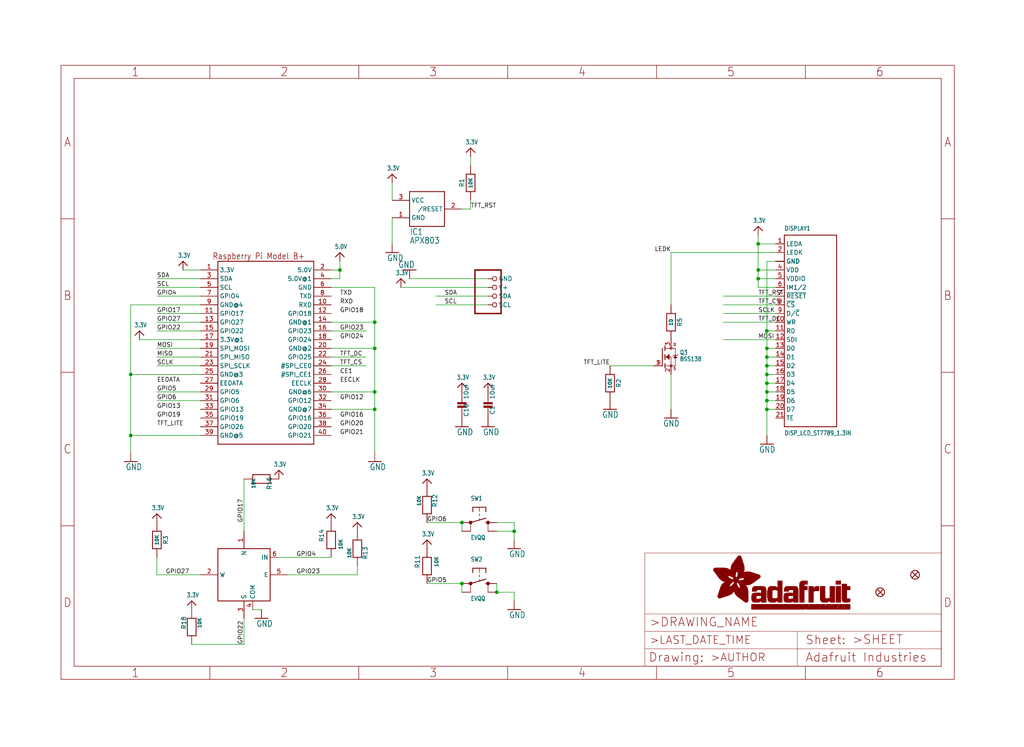
<source format=kicad_sch>
(kicad_sch (version 20211123) (generator eeschema)
  (paper "User" 298.45 217.881)
  (lib_symbols
    (symbol "schematicEagle-eagle-import:3.3V" (power)
      (property "Value" "3.3V" (at -1.524 1.016 0))
      (symbol "3.3V_1_0"
        (pin power_in line (at 0 -2.54 90) (length 2.54) (name "3.3V") (number "1"))
      )
    )
    (symbol "schematicEagle-eagle-import:5.0V" (power)
      (property "Value" "5.0V" (at -1.524 1.016 0))
      (symbol "5.0V_1_0"
        (pin power_in line (at 0 -2.54 90) (length 2.54) (name "5.0V") (number "1"))
      )
    )
    (symbol "schematicEagle-eagle-import:AXP083-SAG"
      (property "Reference" "IC" (at -5.08 -7.62 0))
      (property "Value" "AXP083-SAG" (at -5.08 -10.16 0))
      (symbol "AXP083-SAG_1_0"
        (pin power_in line (at -10.16 -2.54 0) (length 5.08) (name "GND") (number "1"))
        (pin output line (at 10.16 0 180) (length 5.08) (name "/RESET") (number "2"))
        (pin power_in line (at -10.16 2.54 0) (length 5.08) (name "VCC") (number "3"))
      )
    )
    (symbol "schematicEagle-eagle-import:CAP_CERAMIC0805-NOOUTLINE"
      (property "Reference" "C" (at -2.29 1.25 90))
      (property "Value" "CAP_CERAMIC0805-NOOUTLINE" (at 2.3 1.25 90))
      (symbol "CAP_CERAMIC0805-NOOUTLINE_1_0"
        (pin passive line (at 0 5.08 270) (length 2.54) (name "1") (number "1"))
        (pin passive line (at 0 -2.54 90) (length 2.54) (name "2") (number "2"))
      )
    )
    (symbol "schematicEagle-eagle-import:DISP_LCD_ST7789_1.3IN"
      (property "Reference" "DISPLAY" (at -7.62 31.75 0))
      (property "Value" "DISP_LCD_ST7789_1.3IN" (at -7.62 -27.94 0))
      (symbol "DISP_LCD_ST7789_1.3IN_1_0"
        (pin input line (at -10.16 27.94 0) (length 2.54) (name "LEDA") (number "1"))
        (pin input line (at -10.16 5.08 0) (length 2.54) (name "WR") (number "10"))
        (pin input line (at -10.16 2.54 0) (length 2.54) (name "RD") (number "11"))
        (pin input line (at -10.16 0 0) (length 2.54) (name "SDI") (number "12"))
        (pin bidirectional line (at -10.16 -2.54 0) (length 2.54) (name "D0") (number "13"))
        (pin bidirectional line (at -10.16 -5.08 0) (length 2.54) (name "D1") (number "14"))
        (pin bidirectional line (at -10.16 -7.62 0) (length 2.54) (name "D2") (number "15"))
        (pin bidirectional line (at -10.16 -10.16 0) (length 2.54) (name "D3") (number "16"))
        (pin bidirectional line (at -10.16 -12.7 0) (length 2.54) (name "D4") (number "17"))
        (pin bidirectional line (at -10.16 -15.24 0) (length 2.54) (name "D5") (number "18"))
        (pin bidirectional line (at -10.16 -17.78 0) (length 2.54) (name "D6") (number "19"))
        (pin input line (at -10.16 25.4 0) (length 2.54) (name "LEDK") (number "2"))
        (pin bidirectional line (at -10.16 -20.32 0) (length 2.54) (name "D7") (number "20"))
        (pin output line (at -10.16 -22.86 0) (length 2.54) (name "TE") (number "21"))
        (pin power_in line (at -10.16 22.86 0) (length 2.54) (name "GND") (number "23"))
        (pin power_in line (at -10.16 22.86 0) (length 2.54) (name "GND") (number "24"))
        (pin power_in line (at -10.16 22.86 0) (length 2.54) (name "GND") (number "3"))
        (pin power_in line (at -10.16 20.32 0) (length 2.54) (name "VDD") (number "4"))
        (pin power_in line (at -10.16 17.78 0) (length 2.54) (name "VDDIO") (number "5"))
        (pin input line (at -10.16 15.24 0) (length 2.54) (name "IM1/2") (number "6"))
        (pin input line (at -10.16 12.7 0) (length 2.54) (name "~{RESET}") (number "7"))
        (pin input line (at -10.16 10.16 0) (length 2.54) (name "~{CS}") (number "8"))
        (pin input line (at -10.16 7.62 0) (length 2.54) (name "D/~{C}") (number "9"))
      )
    )
    (symbol "schematicEagle-eagle-import:FIDUCIAL_1MM")
    (symbol "schematicEagle-eagle-import:FRAME_A4_ADAFRUIT"
      (symbol "FRAME_A4_ADAFRUIT_0_0"
        (text "1" (at 21.6958 1.905 0) (effects (font (size 2.54 2.286))))
        (text "1" (at 21.6958 177.165 0) (effects (font (size 2.54 2.286))))
        (text "2" (at 65.0875 1.905 0) (effects (font (size 2.54 2.286))))
        (text "2" (at 65.0875 177.165 0) (effects (font (size 2.54 2.286))))
        (text "3" (at 108.4792 1.905 0) (effects (font (size 2.54 2.286))))
        (text "3" (at 108.4792 177.165 0) (effects (font (size 2.54 2.286))))
        (text "4" (at 151.8708 1.905 0) (effects (font (size 2.54 2.286))))
        (text "4" (at 151.8708 177.165 0) (effects (font (size 2.54 2.286))))
        (text "5" (at 195.2625 1.905 0) (effects (font (size 2.54 2.286))))
        (text "5" (at 195.2625 177.165 0) (effects (font (size 2.54 2.286))))
        (text "6" (at 238.6542 1.905 0) (effects (font (size 2.54 2.286))))
        (text "6" (at 238.6542 177.165 0) (effects (font (size 2.54 2.286))))
        (text "A" (at 1.905 156.6863 0) (effects (font (size 2.54 2.286))))
        (text "A" (at 258.445 156.6863 0) (effects (font (size 2.54 2.286))))
        (text "B" (at 1.905 111.9188 0) (effects (font (size 2.54 2.286))))
        (text "B" (at 258.445 111.9188 0) (effects (font (size 2.54 2.286))))
        (text "C" (at 1.905 67.1513 0) (effects (font (size 2.54 2.286))))
        (text "C" (at 258.445 67.1513 0) (effects (font (size 2.54 2.286))))
        (text "D" (at 1.905 22.3838 0) (effects (font (size 2.54 2.286))))
        (text "D" (at 258.445 22.3838 0) (effects (font (size 2.54 2.286))))
      )
      (symbol "FRAME_A4_ADAFRUIT_1_0"
        (text ">AUTHOR" (at 189.23 5.08 0) (effects (font (size 2.286 2.286)) (justify left bottom)))
        (text ">DRAWING_NAME" (at 171.45 15.24 0) (effects (font (size 2.54 2.54)) (justify left bottom)))
        (text ">LAST_DATE_TIME" (at 171.45 10.16 0) (effects (font (size 2.286 2.286)) (justify left bottom)))
        (text ">SHEET" (at 230.505 10.16 0) (effects (font (size 2.54 2.54)) (justify left bottom)))
        (text "Adafruit Industries" (at 216.916 4.953 0) (effects (font (size 2.54 2.54)) (justify left bottom)))
        (text "Drawing:" (at 171.196 4.953 0) (effects (font (size 2.54 2.54)) (justify left bottom)))
        (text "Sheet:" (at 216.916 10.033 0) (effects (font (size 2.54 2.54)) (justify left bottom)))
      )
    )
    (symbol "schematicEagle-eagle-import:GND" (power)
      (property "Value" "GND" (at -2.54 -2.54 0))
      (symbol "GND_1_0"
        (pin power_in line (at 0 2.54 270) (length 2.54) (name "GND") (number "1"))
      )
    )
    (symbol "schematicEagle-eagle-import:MOSFET-NWIDE"
      (property "Reference" "Q" (at 5.08 0.635 0))
      (property "Value" "MOSFET-NWIDE" (at 5.08 -1.27 0))
      (symbol "MOSFET-NWIDE_1_0"
        (text "D" (at 3.175 3.175 0) (effects (font (size 0.8128 0.6908)) (justify left bottom)))
        (text "G" (at -1.27 -1.905 0) (effects (font (size 0.8128 0.6908)) (justify left bottom)))
        (text "S" (at 3.175 -3.81 0) (effects (font (size 0.8128 0.6908)) (justify left bottom)))
        (pin bidirectional line (at -2.54 -2.54 0) (length 2.54) (name "G") (number "1"))
        (pin bidirectional line (at 2.54 -5.08 90) (length 2.54) (name "S") (number "2"))
        (pin bidirectional line (at 2.54 5.08 270) (length 2.54) (name "D") (number "3"))
      )
    )
    (symbol "schematicEagle-eagle-import:NAVSWITCHSKQUABAUE010"
      (symbol "NAVSWITCHSKQUABAUE010_1_0"
        (pin bidirectional line (at 0 12.7 270) (length 5.08) (name "N") (number "1"))
        (pin bidirectional line (at -12.7 0 0) (length 5.08) (name "W") (number "2"))
        (pin bidirectional line (at 0 -12.7 90) (length 5.08) (name "S") (number "3"))
        (pin bidirectional line (at 2.54 -10.16 90) (length 2.54) (name "COM") (number "4"))
        (pin bidirectional line (at 12.7 0 180) (length 5.08) (name "E") (number "5"))
        (pin bidirectional line (at 10.16 5.08 180) (length 2.54) (name "IN") (number "6"))
      )
    )
    (symbol "schematicEagle-eagle-import:RASPBERRYPI_BPLUS_BONNETSMT"
      (symbol "RASPBERRYPI_BPLUS_BONNETSMT_1_0"
        (text "Raspberry Pi Model B+" (at 12.7 25.4 0) (effects (font (size 1.778 1.5113)) (justify right top)))
        (pin power_in line (at -17.78 20.32 0) (length 5.08) (name "3.3V") (number "1"))
        (pin bidirectional line (at 20.32 10.16 180) (length 5.08) (name "RXD") (number "10"))
        (pin bidirectional line (at -17.78 7.62 0) (length 5.08) (name "GPIO17") (number "11"))
        (pin bidirectional line (at 20.32 7.62 180) (length 5.08) (name "GPIO18") (number "12"))
        (pin bidirectional line (at -17.78 5.08 0) (length 5.08) (name "GPIO27") (number "13"))
        (pin power_in line (at 20.32 5.08 180) (length 5.08) (name "GND@1") (number "14"))
        (pin bidirectional line (at -17.78 2.54 0) (length 5.08) (name "GPIO22") (number "15"))
        (pin bidirectional line (at 20.32 2.54 180) (length 5.08) (name "GPIO23") (number "16"))
        (pin power_in line (at -17.78 0 0) (length 5.08) (name "3.3V@1") (number "17"))
        (pin bidirectional line (at 20.32 0 180) (length 5.08) (name "GPIO24") (number "18"))
        (pin bidirectional line (at -17.78 -2.54 0) (length 5.08) (name "SPI_MOSI") (number "19"))
        (pin power_in line (at 20.32 20.32 180) (length 5.08) (name "5.0V") (number "2"))
        (pin power_in line (at 20.32 -2.54 180) (length 5.08) (name "GND@2") (number "20"))
        (pin bidirectional line (at -17.78 -5.08 0) (length 5.08) (name "SPI_MISO") (number "21"))
        (pin bidirectional line (at 20.32 -5.08 180) (length 5.08) (name "GPIO25") (number "22"))
        (pin bidirectional line (at -17.78 -7.62 0) (length 5.08) (name "SPI_SCLK") (number "23"))
        (pin bidirectional line (at 20.32 -7.62 180) (length 5.08) (name "#SPI_CE0") (number "24"))
        (pin power_in line (at -17.78 -10.16 0) (length 5.08) (name "GND@3") (number "25"))
        (pin bidirectional line (at 20.32 -10.16 180) (length 5.08) (name "#SPI_CE1") (number "26"))
        (pin bidirectional line (at -17.78 -12.7 0) (length 5.08) (name "EEDATA") (number "27"))
        (pin bidirectional line (at 20.32 -12.7 180) (length 5.08) (name "EECLK") (number "28"))
        (pin bidirectional line (at -17.78 -15.24 0) (length 5.08) (name "GPIO5") (number "29"))
        (pin bidirectional line (at -17.78 17.78 0) (length 5.08) (name "SDA") (number "3"))
        (pin power_in line (at 20.32 -15.24 180) (length 5.08) (name "GND@6") (number "30"))
        (pin bidirectional line (at -17.78 -17.78 0) (length 5.08) (name "GPIO6") (number "31"))
        (pin bidirectional line (at 20.32 -17.78 180) (length 5.08) (name "GPIO12") (number "32"))
        (pin bidirectional line (at -17.78 -20.32 0) (length 5.08) (name "GPIO13") (number "33"))
        (pin power_in line (at 20.32 -20.32 180) (length 5.08) (name "GND@7") (number "34"))
        (pin bidirectional line (at -17.78 -22.86 0) (length 5.08) (name "GPIO19") (number "35"))
        (pin bidirectional line (at 20.32 -22.86 180) (length 5.08) (name "GPIO16") (number "36"))
        (pin bidirectional line (at -17.78 -25.4 0) (length 5.08) (name "GPIO26") (number "37"))
        (pin bidirectional line (at 20.32 -25.4 180) (length 5.08) (name "GPIO20") (number "38"))
        (pin power_in line (at -17.78 -27.94 0) (length 5.08) (name "GND@5") (number "39"))
        (pin power_in line (at 20.32 17.78 180) (length 5.08) (name "5.0V@1") (number "4"))
        (pin bidirectional line (at 20.32 -27.94 180) (length 5.08) (name "GPIO21") (number "40"))
        (pin bidirectional line (at -17.78 15.24 0) (length 5.08) (name "SCL") (number "5"))
        (pin power_in line (at 20.32 15.24 180) (length 5.08) (name "GND") (number "6"))
        (pin bidirectional line (at -17.78 12.7 0) (length 5.08) (name "GPIO4") (number "7"))
        (pin bidirectional line (at 20.32 12.7 180) (length 5.08) (name "TXD") (number "8"))
        (pin power_in line (at -17.78 10.16 0) (length 5.08) (name "GND@4") (number "9"))
      )
    )
    (symbol "schematicEagle-eagle-import:RESISTOR0805_NOOUTLINE"
      (property "Reference" "R" (at 0 2.54 0))
      (property "Value" "RESISTOR0805_NOOUTLINE" (at 0 0 0))
      (symbol "RESISTOR0805_NOOUTLINE_1_0"
        (pin passive line (at -5.08 0 0) (length 2.54) (name "1") (number "1"))
        (pin passive line (at 5.08 0 180) (length 2.54) (name "2") (number "2"))
      )
    )
    (symbol "schematicEagle-eagle-import:RESISTOR_0603_NOOUT"
      (property "Reference" "R" (at 0 2.54 0))
      (property "Value" "RESISTOR_0603_NOOUT" (at 0 0 0))
      (symbol "RESISTOR_0603_NOOUT_1_0"
        (pin passive line (at -5.08 0 0) (length 2.54) (name "1") (number "1"))
        (pin passive line (at 5.08 0 180) (length 2.54) (name "2") (number "2"))
      )
    )
    (symbol "schematicEagle-eagle-import:STEMMA_I2C_QT"
      (symbol "STEMMA_I2C_QT_1_0"
        (pin passive inverted (at 0 5.08 0) (length 2.54) (name "GND") (number "1"))
        (pin passive inverted (at 0 2.54 0) (length 2.54) (name "V+") (number "2"))
        (pin passive inverted (at 0 0 0) (length 2.54) (name "SDA") (number "3"))
        (pin passive inverted (at 0 -2.54 0) (length 2.54) (name "SCL") (number "4"))
      )
      (symbol "STEMMA_I2C_QT_2_0"
        (pin bidirectional line (at 0 0 0) (length 5.08) (name "MT") (number "MT1"))
      )
      (symbol "STEMMA_I2C_QT_3_0"
        (pin bidirectional line (at 0 0 0) (length 5.08) (name "MT") (number "MT2"))
      )
    )
    (symbol "schematicEagle-eagle-import:SWITCH_TACT_SMT_6MM"
      (property "Reference" "SW" (at -2.54 6.35 0))
      (property "Value" "SWITCH_TACT_SMT_6MM" (at -2.54 -5.08 0))
      (symbol "SWITCH_TACT_SMT_6MM_1_0"
        (pin passive line (at -5.08 0 0) (length 2.54) (name "P") (number "A"))
        (pin passive line (at -5.08 -2.54 0) (length 2.54) (name "P1") (number "A'"))
        (pin passive line (at 5.08 0 180) (length 2.54) (name "S") (number "B"))
        (pin passive line (at 5.08 -2.54 180) (length 2.54) (name "S1") (number "B'"))
      )
    )
    (symbol "schematicEagle-eagle-import:SWITCH_TACT_SMT_6MMSMALL"
      (property "Reference" "SW" (at -2.54 6.35 0))
      (property "Value" "SWITCH_TACT_SMT_6MMSMALL" (at -2.54 -5.08 0))
      (symbol "SWITCH_TACT_SMT_6MMSMALL_1_0"
        (pin passive line (at -5.08 0 0) (length 2.54) (name "P") (number "A"))
        (pin passive line (at -5.08 -2.54 0) (length 2.54) (name "P1") (number "A'"))
        (pin passive line (at 5.08 0 180) (length 2.54) (name "S") (number "B"))
        (pin passive line (at 5.08 -2.54 180) (length 2.54) (name "S1") (number "B'"))
      )
    )
  )
  (junction (at 223.52 119.38))
  (junction (at 223.52 106.68))
  (junction (at 144.78 172.72))
  (junction (at 149.86 154.94))
  (junction (at 38.1 127))
  (junction (at 109.22 119.38))
  (junction (at 220.98 71.12))
  (junction (at 109.22 114.3))
  (junction (at 223.52 109.22))
  (junction (at 109.22 93.98))
  (junction (at 223.52 111.76))
  (junction (at 223.52 96.52))
  (junction (at 223.52 116.84))
  (junction (at 109.22 101.6))
  (junction (at 220.98 78.74))
  (junction (at 223.52 114.3))
  (junction (at 99.06 78.74))
  (junction (at 223.52 101.6))
  (junction (at 134.62 170.18))
  (junction (at 223.52 104.14))
  (junction (at 220.98 81.28))
  (junction (at 38.1 109.22))
  (junction (at 134.62 152.4))
  (wire (pts (xy 58.42 88.9) (xy 38.1 88.9)))
  (wire (pts (xy 223.52 106.68) (xy 226.06 106.68)))
  (wire (pts (xy 137.16 60.96) (xy 137.16 58.42)))
  (wire (pts (xy 96.52 78.74) (xy 99.06 78.74)))
  (wire (pts (xy 104.14 167.64) (xy 104.14 165.1)))
  (wire (pts (xy 134.62 152.4) (xy 134.62 154.94)))
  (wire (pts (xy 149.86 154.94) (xy 149.86 157.48)))
  (wire (pts (xy 58.42 81.28) (xy 45.72 81.28)))
  (wire (pts (xy 45.72 116.84) (xy 58.42 116.84)))
  (wire (pts (xy 71.12 139.7) (xy 71.12 154.94)))
  (wire (pts (xy 226.06 86.36) (xy 210.82 86.36)))
  (wire (pts (xy 96.52 81.28) (xy 99.06 81.28)))
  (wire (pts (xy 45.72 162.56) (xy 45.72 167.64)))
  (wire (pts (xy 223.52 116.84) (xy 226.06 116.84)))
  (wire (pts (xy 134.62 60.96) (xy 137.16 60.96)))
  (wire (pts (xy 223.52 114.3) (xy 223.52 116.84)))
  (wire (pts (xy 210.82 88.9) (xy 226.06 88.9)))
  (wire (pts (xy 114.3 63.5) (xy 114.3 71.12)))
  (wire (pts (xy 223.52 116.84) (xy 223.52 119.38)))
  (wire (pts (xy 149.86 152.4) (xy 149.86 154.94)))
  (wire (pts (xy 144.78 172.72) (xy 149.86 172.72)))
  (wire (pts (xy 81.28 162.56) (xy 96.52 162.56)))
  (wire (pts (xy 38.1 88.9) (xy 38.1 109.22)))
  (wire (pts (xy 144.78 152.4) (xy 149.86 152.4)))
  (wire (pts (xy 114.3 58.42) (xy 114.3 53.34)))
  (wire (pts (xy 223.52 76.2) (xy 223.52 96.52)))
  (wire (pts (xy 106.68 106.68) (xy 96.52 106.68)))
  (wire (pts (xy 223.52 114.3) (xy 226.06 114.3)))
  (wire (pts (xy 223.52 111.76) (xy 226.06 111.76)))
  (wire (pts (xy 226.06 71.12) (xy 220.98 71.12)))
  (wire (pts (xy 96.52 96.52) (xy 106.68 96.52)))
  (wire (pts (xy 223.52 101.6) (xy 226.06 101.6)))
  (wire (pts (xy 226.06 83.82) (xy 220.98 83.82)))
  (wire (pts (xy 55.88 187.96) (xy 71.12 187.96)))
  (wire (pts (xy 142.24 83.82) (xy 116.84 83.82)))
  (wire (pts (xy 226.06 73.66) (xy 195.58 73.66)))
  (wire (pts (xy 223.52 104.14) (xy 223.52 106.68)))
  (wire (pts (xy 223.52 109.22) (xy 223.52 111.76)))
  (wire (pts (xy 58.42 101.6) (xy 45.72 101.6)))
  (wire (pts (xy 58.42 78.74) (xy 53.34 78.74)))
  (wire (pts (xy 134.62 170.18) (xy 134.62 172.72)))
  (wire (pts (xy 83.82 167.64) (xy 104.14 167.64)))
  (wire (pts (xy 58.42 127) (xy 38.1 127)))
  (wire (pts (xy 137.16 48.26) (xy 137.16 45.72)))
  (wire (pts (xy 195.58 119.38) (xy 195.58 109.22)))
  (wire (pts (xy 210.82 99.06) (xy 226.06 99.06)))
  (wire (pts (xy 190.5 106.68) (xy 177.8 106.68)))
  (wire (pts (xy 109.22 114.3) (xy 109.22 119.38)))
  (wire (pts (xy 109.22 101.6) (xy 109.22 114.3)))
  (wire (pts (xy 226.06 76.2) (xy 223.52 76.2)))
  (wire (pts (xy 226.06 96.52) (xy 223.52 96.52)))
  (wire (pts (xy 226.06 81.28) (xy 220.98 81.28)))
  (wire (pts (xy 109.22 119.38) (xy 109.22 132.08)))
  (wire (pts (xy 58.42 109.22) (xy 38.1 109.22)))
  (wire (pts (xy 127 88.9) (xy 142.24 88.9)))
  (wire (pts (xy 195.58 88.9) (xy 195.58 73.66)))
  (wire (pts (xy 220.98 71.12) (xy 220.98 68.58)))
  (wire (pts (xy 96.52 83.82) (xy 109.22 83.82)))
  (wire (pts (xy 58.42 83.82) (xy 45.72 83.82)))
  (wire (pts (xy 144.78 154.94) (xy 149.86 154.94)))
  (wire (pts (xy 96.52 104.14) (xy 106.68 104.14)))
  (wire (pts (xy 149.86 172.72) (xy 149.86 175.26)))
  (wire (pts (xy 223.52 119.38) (xy 226.06 119.38)))
  (wire (pts (xy 142.24 81.28) (xy 119.38 81.28)))
  (wire (pts (xy 96.52 114.3) (xy 109.22 114.3)))
  (wire (pts (xy 96.52 93.98) (xy 109.22 93.98)))
  (wire (pts (xy 220.98 78.74) (xy 220.98 71.12)))
  (wire (pts (xy 58.42 114.3) (xy 45.72 114.3)))
  (wire (pts (xy 223.52 104.14) (xy 226.06 104.14)))
  (wire (pts (xy 144.78 170.18) (xy 144.78 172.72)))
  (wire (pts (xy 223.52 96.52) (xy 223.52 101.6)))
  (wire (pts (xy 96.52 101.6) (xy 109.22 101.6)))
  (wire (pts (xy 127 86.36) (xy 142.24 86.36)))
  (wire (pts (xy 58.42 96.52) (xy 45.72 96.52)))
  (wire (pts (xy 226.06 78.74) (xy 220.98 78.74)))
  (wire (pts (xy 99.06 81.28) (xy 99.06 78.74)))
  (wire (pts (xy 109.22 93.98) (xy 109.22 101.6)))
  (wire (pts (xy 226.06 91.44) (xy 210.82 91.44)))
  (wire (pts (xy 109.22 83.82) (xy 109.22 93.98)))
  (wire (pts (xy 210.82 93.98) (xy 226.06 93.98)))
  (wire (pts (xy 71.12 180.34) (xy 71.12 187.96)))
  (wire (pts (xy 99.06 78.74) (xy 99.06 76.2)))
  (wire (pts (xy 45.72 93.98) (xy 58.42 93.98)))
  (wire (pts (xy 223.52 111.76) (xy 223.52 114.3)))
  (wire (pts (xy 38.1 109.22) (xy 38.1 127)))
  (wire (pts (xy 134.62 170.18) (xy 124.46 170.18)))
  (wire (pts (xy 58.42 91.44) (xy 45.72 91.44)))
  (wire (pts (xy 58.42 106.68) (xy 45.72 106.68)))
  (wire (pts (xy 58.42 99.06) (xy 40.64 99.06)))
  (wire (pts (xy 96.52 119.38) (xy 109.22 119.38)))
  (wire (pts (xy 134.62 152.4) (xy 124.46 152.4)))
  (wire (pts (xy 223.52 109.22) (xy 226.06 109.22)))
  (wire (pts (xy 45.72 104.14) (xy 58.42 104.14)))
  (wire (pts (xy 223.52 106.68) (xy 223.52 109.22)))
  (wire (pts (xy 223.52 101.6) (xy 223.52 104.14)))
  (wire (pts (xy 223.52 119.38) (xy 223.52 127)))
  (wire (pts (xy 45.72 86.36) (xy 58.42 86.36)))
  (wire (pts (xy 76.2 177.8) (xy 73.66 177.8)))
  (wire (pts (xy 38.1 127) (xy 38.1 132.08)))
  (wire (pts (xy 220.98 81.28) (xy 220.98 78.74)))
  (wire (pts (xy 220.98 81.28) (xy 220.98 83.82)))
  (wire (pts (xy 58.42 167.64) (xy 45.72 167.64)))
  (label "TFT_DC" (at 99.06 104.14 0) (effects (font (size 1.2446 1.2446))))
  (label "CE1" (at 99.06 109.22 0) (effects (font (size 1.2446 1.2446))))
  (label "GPIO22" (at 71.12 187.96 90) (effects (font (size 1.2446 1.2446))))
  (label "SDA" (at 45.72 81.28 0) (effects (font (size 1.2446 1.2446))))
  (label "GPIO23" (at 86.36 167.64 0) (effects (font (size 1.2446 1.2446))))
  (label "SCL" (at 129.54 88.9 0) (effects (font (size 1.2446 1.2446))))
  (label "TXD" (at 99.06 86.36 0) (effects (font (size 1.2446 1.2446))))
  (label "EECLK" (at 99.06 111.76 0) (effects (font (size 1.2446 1.2446))))
  (label "GPIO17" (at 71.12 152.4 90) (effects (font (size 1.2446 1.2446))))
  (label "MOSI" (at 45.72 101.6 0) (effects (font (size 1.2446 1.2446))))
  (label "GPIO4" (at 86.36 162.56 0) (effects (font (size 1.2446 1.2446))))
  (label "GPIO5" (at 124.46 170.18 0) (effects (font (size 1.2446 1.2446))))
  (label "MISO" (at 45.72 104.14 0) (effects (font (size 1.2446 1.2446))))
  (label "SCL" (at 45.72 83.82 0) (effects (font (size 1.2446 1.2446))))
  (label "SCLK" (at 45.72 106.68 0) (effects (font (size 1.2446 1.2446))))
  (label "SDA" (at 129.54 86.36 0) (effects (font (size 1.2446 1.2446))))
  (label "GPIO13" (at 45.72 119.38 0) (effects (font (size 1.2446 1.2446))))
  (label "GPIO20" (at 99.06 124.46 0) (effects (font (size 1.2446 1.2446))))
  (label "SCLK" (at 220.98 91.44 0) (effects (font (size 1.2446 1.2446))))
  (label "GPIO18" (at 99.06 91.44 0) (effects (font (size 1.2446 1.2446))))
  (label "GPIO16" (at 99.06 121.92 0) (effects (font (size 1.2446 1.2446))))
  (label "GPIO12" (at 99.06 116.84 0) (effects (font (size 1.2446 1.2446))))
  (label "TFT_LITE" (at 177.8 106.68 180) (effects (font (size 1.2446 1.2446))))
  (label "GPIO24" (at 99.06 99.06 0) (effects (font (size 1.2446 1.2446))))
  (label "LEDK" (at 195.58 73.66 180) (effects (font (size 1.2446 1.2446))))
  (label "MOSI" (at 220.98 99.06 0) (effects (font (size 1.2446 1.2446))))
  (label "GPIO22" (at 45.72 96.52 0) (effects (font (size 1.2446 1.2446))))
  (label "GPIO27" (at 45.72 93.98 0) (effects (font (size 1.2446 1.2446))))
  (label "TFT_CS" (at 220.98 88.9 0) (effects (font (size 1.2446 1.2446))))
  (label "GPIO6" (at 45.72 116.84 0) (effects (font (size 1.2446 1.2446))))
  (label "TFT_DC" (at 220.98 93.98 0) (effects (font (size 1.2446 1.2446))))
  (label "GPIO4" (at 45.72 86.36 0) (effects (font (size 1.2446 1.2446))))
  (label "GPIO23" (at 99.06 96.52 0) (effects (font (size 1.2446 1.2446))))
  (label "GPIO19" (at 45.72 121.92 0) (effects (font (size 1.2446 1.2446))))
  (label "RXD" (at 99.06 88.9 0) (effects (font (size 1.2446 1.2446))))
  (label "TFT_CS" (at 99.06 106.68 0) (effects (font (size 1.2446 1.2446))))
  (label "TFT_RST" (at 137.16 60.96 0) (effects (font (size 1.2446 1.2446))))
  (label "TFT_LITE" (at 45.72 124.46 0) (effects (font (size 1.2446 1.2446))))
  (label "GPIO27" (at 48.26 167.64 0) (effects (font (size 1.2446 1.2446))))
  (label "EEDATA" (at 45.72 111.76 0) (effects (font (size 1.2446 1.2446))))
  (label "GPIO17" (at 45.72 91.44 0) (effects (font (size 1.2446 1.2446))))
  (label "TFT_RST" (at 220.98 86.36 0) (effects (font (size 1.2446 1.2446))))
  (label "GPIO6" (at 124.46 152.4 0) (effects (font (size 1.2446 1.2446))))
  (label "GPIO5" (at 45.72 114.3 0) (effects (font (size 1.2446 1.2446))))
  (label "GPIO21" (at 99.06 127 0) (effects (font (size 1.2446 1.2446))))
  (symbol (lib_id "schematicEagle-eagle-import:CAP_CERAMIC0805-NOOUTLINE") (at 142.24 116.84 180) (unit 1)
    (property "Reference" "C1" (at 143.49 119.63 90))
    (property "Value" "10uF" (at 143.49 114.06 90))
    (property "Footprint" "schematicEagle:0805-NO" (effects hide))
  )
  (symbol (lib_id "schematicEagle-eagle-import:SWITCH_TACT_SMT_6MM") (at 139.7 152.4 0) (unit 1)
    (property "Reference" "SW1" (at 137.16 146.05 0) (effects (font (size 1.27 1.0795)) (justify left bottom)))
    (property "Value" "EVQQ" (at 137.16 157.48 0) (effects (font (size 1.27 1.0795)) (justify left bottom)))
    (property "Footprint" "schematicEagle:6MMX6MM_TACTILE_SMT" (effects hide))
  )
  (symbol (lib_id "schematicEagle-eagle-import:3.3V") (at 220.98 66.04 0) (unit 1)
    (property "Reference" "#U$6" (effects hide))
    (property "Value" "3.3V" (at 219.456 65.024 0) (effects (font (size 1.27 1.0795)) (justify left bottom)))
    (property "Footprint" "schematicEagle:" (effects hide))
  )
  (symbol (lib_id "schematicEagle-eagle-import:FRAME_A4_ADAFRUIT") (at 17.78 198.12 0) (unit 1)
    (property "Reference" "#U$1" (effects hide))
    (property "Value" "FRAME_A4_ADAFRUIT" (effects hide))
    (property "Footprint" "schematicEagle:" (effects hide))
  )
  (symbol (lib_id "schematicEagle-eagle-import:RESISTOR0805_NOOUTLINE") (at 137.16 53.34 90) (unit 1)
    (property "Reference" "R1" (at 134.62 53.34 0))
    (property "Value" "10K" (at 137.16 53.34 0) (effects (font (size 1.016 1.016) bold)))
    (property "Footprint" "schematicEagle:0805-NO" (effects hide))
  )
  (symbol (lib_id "schematicEagle-eagle-import:GND") (at 223.52 129.54 0) (mirror y) (unit 1)
    (property "Reference" "#GND1" (effects hide))
    (property "Value" "GND" (at 226.06 132.08 0) (effects (font (size 1.778 1.5113)) (justify left bottom)))
    (property "Footprint" "schematicEagle:" (effects hide))
  )
  (symbol (lib_id "schematicEagle-eagle-import:RESISTOR0805_NOOUTLINE") (at 76.2 139.7 180) (unit 1)
    (property "Reference" "R16" (at 78.49 140.95 90))
    (property "Value" "10K" (at 73.9 140.95 90) (effects (font (size 1.016 1.016) bold)))
    (property "Footprint" "schematicEagle:0805-NO" (effects hide))
  )
  (symbol (lib_id "schematicEagle-eagle-import:RESISTOR0805_NOOUTLINE") (at 124.46 147.32 90) (unit 1)
    (property "Reference" "R12" (at 126.75 146.03 0))
    (property "Value" "10K" (at 122.16 146.03 0) (effects (font (size 1.016 1.016) bold)))
    (property "Footprint" "schematicEagle:0805-NO" (effects hide))
  )
  (symbol (lib_id "schematicEagle-eagle-import:RESISTOR0805_NOOUTLINE") (at 96.52 157.48 90) (unit 1)
    (property "Reference" "R14" (at 93.73 156.19 0))
    (property "Value" "10K" (at 99.3 158.73 0) (effects (font (size 1.016 1.016) bold)))
    (property "Footprint" "schematicEagle:0805-NO" (effects hide))
  )
  (symbol (lib_id "schematicEagle-eagle-import:3.3V") (at 134.62 111.76 0) (unit 1)
    (property "Reference" "#U$22" (effects hide))
    (property "Value" "3.3V" (at 133.096 110.744 0) (effects (font (size 1.27 1.0795)) (justify left bottom)))
    (property "Footprint" "schematicEagle:" (effects hide))
  )
  (symbol (lib_id "schematicEagle-eagle-import:GND") (at 119.38 78.74 180) (unit 1)
    (property "Reference" "#U$25" (effects hide))
    (property "Value" "GND" (at 120.904 76.2 0) (effects (font (size 1.778 1.5113)) (justify left bottom)))
    (property "Footprint" "schematicEagle:" (effects hide))
  )
  (symbol (lib_id "schematicEagle-eagle-import:3.3V") (at 45.72 149.86 0) (unit 1)
    (property "Reference" "#U$20" (effects hide))
    (property "Value" "3.3V" (at 44.196 148.844 0) (effects (font (size 1.27 1.0795)) (justify left bottom)))
    (property "Footprint" "schematicEagle:" (effects hide))
  )
  (symbol (lib_id "schematicEagle-eagle-import:RESISTOR_0603_NOOUT") (at 177.8 111.76 270) (mirror x) (unit 1)
    (property "Reference" "R2" (at 180.34 111.76 0))
    (property "Value" "10K" (at 177.8 111.76 0) (effects (font (size 1.016 1.016) bold)))
    (property "Footprint" "schematicEagle:0603-NO" (effects hide))
  )
  (symbol (lib_id "schematicEagle-eagle-import:GND") (at 142.24 124.46 0) (unit 1)
    (property "Reference" "#U$27" (effects hide))
    (property "Value" "GND" (at 140.716 127 0) (effects (font (size 1.778 1.5113)) (justify left bottom)))
    (property "Footprint" "schematicEagle:" (effects hide))
  )
  (symbol (lib_id "schematicEagle-eagle-import:RESISTOR0805_NOOUTLINE") (at 124.46 165.1 90) (unit 1)
    (property "Reference" "R11" (at 121.67 163.81 0))
    (property "Value" "10K" (at 127.24 163.81 0) (effects (font (size 1.016 1.016) bold)))
    (property "Footprint" "schematicEagle:0805-NO" (effects hide))
  )
  (symbol (lib_id "schematicEagle-eagle-import:3.3V") (at 124.46 157.48 0) (unit 1)
    (property "Reference" "#U$18" (effects hide))
    (property "Value" "3.3V" (at 122.936 156.464 0) (effects (font (size 1.27 1.0795)) (justify left bottom)))
    (property "Footprint" "schematicEagle:" (effects hide))
  )
  (symbol (lib_id "schematicEagle-eagle-import:CAP_CERAMIC0805-NOOUTLINE") (at 134.62 116.84 180) (unit 1)
    (property "Reference" "C10" (at 135.87 119.63 90))
    (property "Value" "10uF" (at 135.87 114.06 90))
    (property "Footprint" "schematicEagle:0805-NO" (effects hide))
  )
  (symbol (lib_id "schematicEagle-eagle-import:FIDUCIAL_1MM") (at 256.54 172.72 0) (unit 1)
    (property "Reference" "FID1" (effects hide))
    (property "Value" "FIDUCIAL_1MM" (effects hide))
    (property "Footprint" "schematicEagle:FIDUCIAL_1MM" (effects hide))
  )
  (symbol (lib_id "schematicEagle-eagle-import:3.3V") (at 96.52 149.86 0) (unit 1)
    (property "Reference" "#U$10" (effects hide))
    (property "Value" "3.3V" (at 94.996 148.844 0) (effects (font (size 1.27 1.0795)) (justify left bottom)))
    (property "Footprint" "schematicEagle:" (effects hide))
  )
  (symbol (lib_id "schematicEagle-eagle-import:NAVSWITCHSKQUABAUE010") (at 71.12 167.64 0) (unit 1)
    (property "Reference" "SW3" (effects hide))
    (property "Value" "NAVSWITCHSKQUABAUE010" (effects hide))
    (property "Footprint" "schematicEagle:SKQUBAE010" (effects hide))
  )
  (symbol (lib_id "schematicEagle-eagle-import:GND") (at 134.62 124.46 0) (unit 1)
    (property "Reference" "#U$23" (effects hide))
    (property "Value" "GND" (at 133.096 127 0) (effects (font (size 1.778 1.5113)) (justify left bottom)))
    (property "Footprint" "schematicEagle:" (effects hide))
  )
  (symbol (lib_id "schematicEagle-eagle-import:3.3V") (at 55.88 175.26 0) (unit 1)
    (property "Reference" "#U$21" (effects hide))
    (property "Value" "3.3V" (at 54.356 174.244 0) (effects (font (size 1.27 1.0795)) (justify left bottom)))
    (property "Footprint" "schematicEagle:" (effects hide))
  )
  (symbol (lib_id "schematicEagle-eagle-import:3.3V") (at 104.14 152.4 0) (unit 1)
    (property "Reference" "#U$11" (effects hide))
    (property "Value" "3.3V" (at 102.616 151.384 0) (effects (font (size 1.27 1.0795)) (justify left bottom)))
    (property "Footprint" "schematicEagle:" (effects hide))
  )
  (symbol (lib_id "schematicEagle-eagle-import:RESISTOR0805_NOOUTLINE") (at 55.88 182.88 270) (unit 1)
    (property "Reference" "R18" (at 53.59 181.63 0))
    (property "Value" "10K" (at 58.18 181.63 0) (effects (font (size 1.016 1.016) bold)))
    (property "Footprint" "schematicEagle:0805-NO" (effects hide))
  )
  (symbol (lib_id "schematicEagle-eagle-import:3.3V") (at 40.64 96.52 0) (unit 1)
    (property "Reference" "#U$13" (effects hide))
    (property "Value" "3.3V" (at 39.116 95.504 0) (effects (font (size 1.27 1.0795)) (justify left bottom)))
    (property "Footprint" "schematicEagle:" (effects hide))
  )
  (symbol (lib_id "schematicEagle-eagle-import:GND") (at 109.22 134.62 0) (unit 1)
    (property "Reference" "#U$4" (effects hide))
    (property "Value" "GND" (at 107.696 137.16 0) (effects (font (size 1.778 1.5113)) (justify left bottom)))
    (property "Footprint" "schematicEagle:" (effects hide))
  )
  (symbol (lib_id "schematicEagle-eagle-import:FIDUCIAL_1MM") (at 266.7 167.64 0) (unit 1)
    (property "Reference" "FID2" (effects hide))
    (property "Value" "FIDUCIAL_1MM" (effects hide))
    (property "Footprint" "schematicEagle:FIDUCIAL_1MM" (effects hide))
  )
  (symbol (lib_id "schematicEagle-eagle-import:STEMMA_I2C_QT") (at 142.24 86.36 0) (unit 1)
    (property "Reference" "CONN1" (effects hide))
    (property "Value" "STEMMA_I2C_QT" (effects hide))
    (property "Footprint" "schematicEagle:JST_SH4" (effects hide))
  )
  (symbol (lib_id "schematicEagle-eagle-import:SWITCH_TACT_SMT_6MMSMALL") (at 139.7 170.18 0) (unit 1)
    (property "Reference" "SW2" (at 137.16 163.83 0) (effects (font (size 1.27 1.0795)) (justify left bottom)))
    (property "Value" "EVQQ" (at 137.16 175.26 0) (effects (font (size 1.27 1.0795)) (justify left bottom)))
    (property "Footprint" "schematicEagle:6MM_SMT" (effects hide))
  )
  (symbol (lib_id "schematicEagle-eagle-import:RASPBERRYPI_BPLUS_BONNETSMT") (at 76.2 99.06 0) (unit 1)
    (property "Reference" "RPI1" (effects hide))
    (property "Value" "RASPBERRYPI_BPLUS_BONNETSMT" (effects hide))
    (property "Footprint" "schematicEagle:PI_BONNET_SMT" (effects hide))
  )
  (symbol (lib_id "schematicEagle-eagle-import:GND") (at 177.8 119.38 0) (mirror y) (unit 1)
    (property "Reference" "#GND2" (effects hide))
    (property "Value" "GND" (at 180.34 121.92 0) (effects (font (size 1.778 1.5113)) (justify left bottom)))
    (property "Footprint" "schematicEagle:" (effects hide))
  )
  (symbol (lib_id "schematicEagle-eagle-import:3.3V") (at 116.84 81.28 0) (unit 1)
    (property "Reference" "#U$24" (effects hide))
    (property "Value" "3.3V" (at 115.316 80.264 0) (effects (font (size 1.27 1.0795)) (justify left bottom)))
    (property "Footprint" "schematicEagle:" (effects hide))
  )
  (symbol (lib_id "schematicEagle-eagle-import:GND") (at 149.86 177.8 0) (unit 1)
    (property "Reference" "#U$15" (effects hide))
    (property "Value" "GND" (at 148.336 180.34 0) (effects (font (size 1.778 1.5113)) (justify left bottom)))
    (property "Footprint" "schematicEagle:" (effects hide))
  )
  (symbol (lib_id "schematicEagle-eagle-import:GND") (at 149.86 160.02 0) (unit 1)
    (property "Reference" "#U$16" (effects hide))
    (property "Value" "GND" (at 148.336 162.56 0) (effects (font (size 1.778 1.5113)) (justify left bottom)))
    (property "Footprint" "schematicEagle:" (effects hide))
  )
  (symbol (lib_id "schematicEagle-eagle-import:AXP083-SAG") (at 124.46 60.96 0) (unit 1)
    (property "Reference" "IC1" (at 119.38 68.58 0) (effects (font (size 1.778 1.5113)) (justify left bottom)))
    (property "Value" "APX803" (at 119.38 71.12 0) (effects (font (size 1.778 1.5113)) (justify left bottom)))
    (property "Footprint" "schematicEagle:SOT23" (effects hide))
  )
  (symbol (lib_id "schematicEagle-eagle-import:3.3V") (at 53.34 76.2 0) (unit 1)
    (property "Reference" "#U$3" (effects hide))
    (property "Value" "3.3V" (at 51.816 75.184 0) (effects (font (size 1.27 1.0795)) (justify left bottom)))
    (property "Footprint" "schematicEagle:" (effects hide))
  )
  (symbol (lib_id "schematicEagle-eagle-import:RESISTOR0805_NOOUTLINE") (at 45.72 157.48 90) (unit 1)
    (property "Reference" "R3" (at 48.26 157.48 0))
    (property "Value" "10K" (at 45.72 157.48 0) (effects (font (size 1.016 1.016) bold)))
    (property "Footprint" "schematicEagle:0805-NO" (effects hide))
  )
  (symbol (lib_id "schematicEagle-eagle-import:GND") (at 76.2 180.34 0) (unit 1)
    (property "Reference" "#U$17" (effects hide))
    (property "Value" "GND" (at 74.676 182.88 0) (effects (font (size 1.778 1.5113)) (justify left bottom)))
    (property "Footprint" "schematicEagle:" (effects hide))
  )
  (symbol (lib_id "schematicEagle-eagle-import:3.3V") (at 114.3 50.8 0) (unit 1)
    (property "Reference" "#U$7" (effects hide))
    (property "Value" "3.3V" (at 112.776 49.784 0) (effects (font (size 1.27 1.0795)) (justify left bottom)))
    (property "Footprint" "schematicEagle:" (effects hide))
  )
  (symbol (lib_id "schematicEagle-eagle-import:MOSFET-NWIDE") (at 193.04 104.14 0) (unit 1)
    (property "Reference" "Q3" (at 198.12 103.505 0) (effects (font (size 1.27 1.0795)) (justify left bottom)))
    (property "Value" "BSS138" (at 198.12 105.41 0) (effects (font (size 1.27 1.0795)) (justify left bottom)))
    (property "Footprint" "schematicEagle:SOT23-WIDE" (effects hide))
  )
  (symbol (lib_id "schematicEagle-eagle-import:GND") (at 195.58 121.92 0) (mirror y) (unit 1)
    (property "Reference" "#GND5" (effects hide))
    (property "Value" "GND" (at 198.12 124.46 0) (effects (font (size 1.778 1.5113)) (justify left bottom)))
    (property "Footprint" "schematicEagle:" (effects hide))
  )
  (symbol (lib_id "schematicEagle-eagle-import:GND") (at 114.3 73.66 0) (unit 1)
    (property "Reference" "#U$9" (effects hide))
    (property "Value" "GND" (at 112.776 76.2 0) (effects (font (size 1.778 1.5113)) (justify left bottom)))
    (property "Footprint" "schematicEagle:" (effects hide))
  )
  (symbol (lib_id "schematicEagle-eagle-import:RESISTOR_0603_NOOUT") (at 195.58 93.98 270) (mirror x) (unit 1)
    (property "Reference" "R5" (at 198.12 93.98 0))
    (property "Value" "10" (at 195.58 93.98 0) (effects (font (size 1.016 1.016) bold)))
    (property "Footprint" "schematicEagle:0603-NO" (effects hide))
  )
  (symbol (lib_id "schematicEagle-eagle-import:GND") (at 38.1 134.62 0) (unit 1)
    (property "Reference" "#U$8" (effects hide))
    (property "Value" "GND" (at 36.576 137.16 0) (effects (font (size 1.778 1.5113)) (justify left bottom)))
    (property "Footprint" "schematicEagle:" (effects hide))
  )
  (symbol (lib_id "schematicEagle-eagle-import:3.3V") (at 142.24 111.76 0) (unit 1)
    (property "Reference" "#U$26" (effects hide))
    (property "Value" "3.3V" (at 140.716 110.744 0) (effects (font (size 1.27 1.0795)) (justify left bottom)))
    (property "Footprint" "schematicEagle:" (effects hide))
  )
  (symbol (lib_id "schematicEagle-eagle-import:3.3V") (at 124.46 139.7 0) (unit 1)
    (property "Reference" "#U$5" (effects hide))
    (property "Value" "3.3V" (at 122.936 138.684 0) (effects (font (size 1.27 1.0795)) (justify left bottom)))
    (property "Footprint" "schematicEagle:" (effects hide))
  )
  (symbol (lib_id "schematicEagle-eagle-import:DISP_LCD_ST7789_1.3IN") (at 236.22 99.06 0) (unit 1)
    (property "Reference" "DISPLAY1" (at 228.6 67.31 0) (effects (font (size 1.27 1.0795)) (justify left bottom)))
    (property "Value" "DISP_LCD_ST7789_1.3IN" (at 228.6 127 0) (effects (font (size 1.27 1.0795)) (justify left bottom)))
    (property "Footprint" "schematicEagle:TFT_1.3IN_240X240_24P" (effects hide))
  )
  (symbol (lib_id "schematicEagle-eagle-import:5.0V") (at 99.06 73.66 0) (unit 1)
    (property "Reference" "#U$14" (effects hide))
    (property "Value" "5.0V" (at 97.536 72.644 0) (effects (font (size 1.27 1.0795)) (justify left bottom)))
    (property "Footprint" "schematicEagle:" (effects hide))
  )
  (symbol (lib_id "schematicEagle-eagle-import:3.3V") (at 137.16 43.18 0) (unit 1)
    (property "Reference" "#U$12" (effects hide))
    (property "Value" "3.3V" (at 135.636 42.164 0) (effects (font (size 1.27 1.0795)) (justify left bottom)))
    (property "Footprint" "schematicEagle:" (effects hide))
  )
  (symbol (lib_id "schematicEagle-eagle-import:RESISTOR0805_NOOUTLINE") (at 104.14 160.02 90) (unit 1)
    (property "Reference" "R13" (at 106.43 161.27 0))
    (property "Value" "10K" (at 101.84 161.27 0) (effects (font (size 1.016 1.016) bold)))
    (property "Footprint" "schematicEagle:0805-NO" (effects hide))
  )
  (symbol (lib_id "schematicEagle-eagle-import:3.3V") (at 81.28 137.16 0) (unit 1)
    (property "Reference" "#U$19" (effects hide))
    (property "Value" "3.3V" (at 79.756 136.144 0) (effects (font (size 1.27 1.0795)) (justify left bottom)))
    (property "Footprint" "schematicEagle:" (effects hide))
  )
)
</source>
